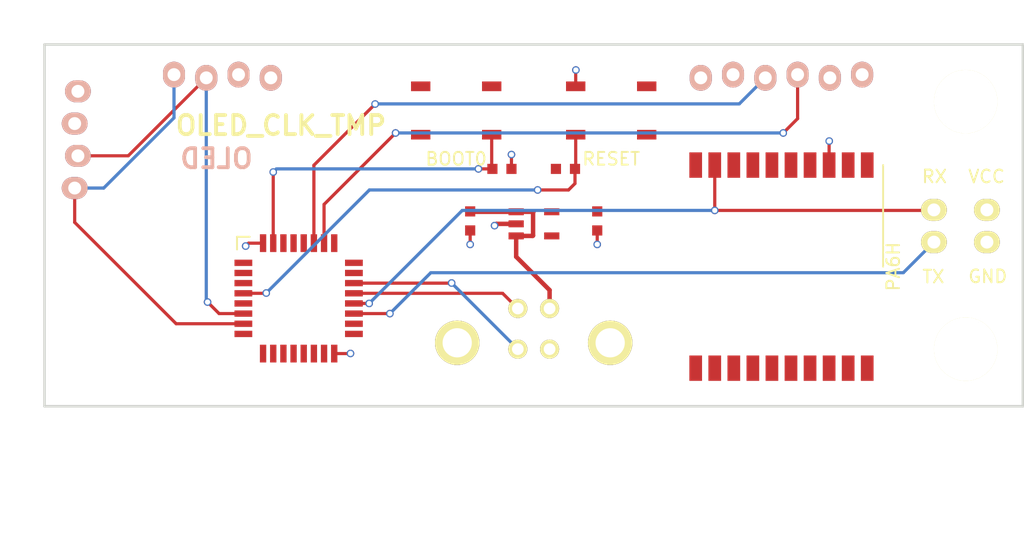
<source format=kicad_pcb>
(kicad_pcb (version 4) (host pcbnew 4.0.2+dfsg1-stable)

  (general
    (links 41)
    (no_connects 23)
    (area 117.794999 69.794999 198.600001 112.205001)
    (thickness 1.6)
    (drawings 10)
    (tracks 98)
    (zones 0)
    (modules 17)
    (nets 14)
  )

  (page A4)
  (layers
    (0 F.Cu signal)
    (31 B.Cu signal)
    (32 B.Adhes user)
    (33 F.Adhes user)
    (34 B.Paste user)
    (35 F.Paste user)
    (36 B.SilkS user)
    (37 F.SilkS user)
    (38 B.Mask user)
    (39 F.Mask user)
    (40 Dwgs.User user)
    (41 Cmts.User user)
    (42 Eco1.User user)
    (43 Eco2.User user)
    (44 Edge.Cuts user)
    (45 Margin user)
    (46 B.CrtYd user)
    (47 F.CrtYd user)
    (48 B.Fab user)
    (49 F.Fab user)
  )

  (setup
    (last_trace_width 0.35)
    (user_trace_width 0.35)
    (trace_clearance 0.2)
    (zone_clearance 0.508)
    (zone_45_only no)
    (trace_min 0.2)
    (segment_width 0.2)
    (edge_width 0.15)
    (via_size 0.6)
    (via_drill 0.4)
    (via_min_size 0.4)
    (via_min_drill 0.3)
    (uvia_size 0.3)
    (uvia_drill 0.1)
    (uvias_allowed no)
    (uvia_min_size 0.2)
    (uvia_min_drill 0.1)
    (pcb_text_width 0.3)
    (pcb_text_size 1.5 1.5)
    (mod_edge_width 0.15)
    (mod_text_size 1 1)
    (mod_text_width 0.15)
    (pad_size 2.032 1.7272)
    (pad_drill 1.016)
    (pad_to_mask_clearance 0.2)
    (aux_axis_origin 0 0)
    (visible_elements FFFFFF7F)
    (pcbplotparams
      (layerselection 0x00030_80000001)
      (usegerberextensions false)
      (excludeedgelayer true)
      (linewidth 0.150000)
      (plotframeref false)
      (viasonmask false)
      (mode 1)
      (useauxorigin false)
      (hpglpennumber 1)
      (hpglpenspeed 20)
      (hpglpendiameter 15)
      (hpglpenoverlay 2)
      (psnegative false)
      (psa4output false)
      (plotreference true)
      (plotvalue true)
      (plotinvisibletext false)
      (padsonsilk false)
      (subtractmaskfromsilk false)
      (outputformat 1)
      (mirror false)
      (drillshape 1)
      (scaleselection 1)
      (outputdirectory ""))
  )

  (net 0 "")
  (net 1 /gnd)
  (net 2 /vcc)
  (net 3 /vin)
  (net 4 /usbdm)
  (net 5 /usbdp)
  (net 6 /boot0)
  (net 7 /nmea)
  (net 8 /nrst)
  (net 9 /sda0)
  (net 10 /scl0)
  (net 11 /sda1)
  (net 12 /scl1)
  (net 13 /utx)

  (net_class Default "This is the default net class."
    (clearance 0.2)
    (trace_width 0.25)
    (via_dia 0.6)
    (via_drill 0.4)
    (uvia_dia 0.3)
    (uvia_drill 0.1)
    (add_net /boot0)
    (add_net /gnd)
    (add_net /nmea)
    (add_net /nrst)
    (add_net /scl0)
    (add_net /scl1)
    (add_net /sda0)
    (add_net /sda1)
    (add_net /usbdm)
    (add_net /usbdp)
    (add_net /utx)
    (add_net /vcc)
    (add_net /vin)
  )

  (module 00_my_modules:PA6H (layer F.Cu) (tedit 5415CC62) (tstamp 5E55B37B)
    (at 179.5 91 270)
    (descr PA6H)
    (tags "PA6H gps")
    (fp_text reference PA6H (at 0 -8.8 270) (layer F.SilkS)
      (effects (font (size 1 1) (thickness 0.15)))
    )
    (fp_text value GPS (at 0 -7 270) (layer F.Fab)
      (effects (font (size 1 1) (thickness 0.15)))
    )
    (fp_line (start -8 -8) (end -8 8) (layer F.CrtYd) (width 0.05))
    (fp_line (start 8 -8) (end 8 8) (layer F.CrtYd) (width 0.05))
    (fp_line (start -8 -8) (end 8 -8) (layer F.CrtYd) (width 0.05))
    (fp_line (start -8 8) (end 8 8) (layer F.CrtYd) (width 0.05))
    (fp_line (start -8 -8) (end 0 -8) (layer F.SilkS) (width 0.15))
    (fp_line (start -15 0) (end 15 0) (layer F.CrtYd) (width 0.01))
    (fp_line (start 0 -15) (end 0 15) (layer F.CrtYd) (width 0.01))
    (pad VCC smd rect (at -8 -6.75 270) (size 2 1) (layers F.Cu F.Paste F.Mask)
      (net 2 /vcc))
    (pad 2 smd rect (at -8 -5.25 270) (size 2 1) (layers F.Cu F.Paste F.Mask))
    (pad GND smd rect (at -8 -3.75 270) (size 2 1) (layers F.Cu F.Paste F.Mask)
      (net 1 /gnd))
    (pad 4 smd rect (at -8 -2.25 270) (size 2 1) (layers F.Cu F.Paste F.Mask))
    (pad 5 smd rect (at -8 -0.75 270) (size 2 1) (layers F.Cu F.Paste F.Mask))
    (pad 6 smd rect (at -8 0.75 270) (size 2 1) (layers F.Cu F.Paste F.Mask))
    (pad 7 smd rect (at -8 2.25 270) (size 2 1) (layers F.Cu F.Paste F.Mask))
    (pad 8 smd rect (at -8 3.75 270) (size 2 1) (layers F.Cu F.Paste F.Mask))
    (pad TX smd rect (at -8 5.25 270) (size 2 1) (layers F.Cu F.Paste F.Mask)
      (net 7 /nmea))
    (pad RX smd rect (at -8 6.75 270) (size 2 1) (layers F.Cu F.Paste F.Mask))
    (pad 11 smd rect (at 8 6.75 270) (size 2 1) (layers F.Cu F.Paste F.Mask))
    (pad 12 smd rect (at 8 5.25 270) (size 2 1) (layers F.Cu F.Paste F.Mask))
    (pad 13 smd rect (at 8 3.75 270) (size 2 1) (layers F.Cu F.Paste F.Mask))
    (pad 14 smd rect (at 8 2.25 270) (size 2 1) (layers F.Cu F.Paste F.Mask))
    (pad 15 smd rect (at 8 0.75 270) (size 2 1) (layers F.Cu F.Paste F.Mask))
    (pad 16 smd rect (at 8 -0.75 270) (size 2 1) (layers F.Cu F.Paste F.Mask))
    (pad 17 smd rect (at 8 -2.25 270) (size 2 1) (layers F.Cu F.Paste F.Mask))
    (pad 18 smd rect (at 8 -3.75 270) (size 2 1) (layers F.Cu F.Paste F.Mask))
    (pad 19 smd rect (at 8 -5.25 270) (size 2 1) (layers F.Cu F.Paste F.Mask))
    (pad 20 smd rect (at 8 -6.75 270) (size 2 1) (layers F.Cu F.Paste F.Mask))
  )

  (module 00_my_modules:Wurth_61400413321_usb (layer F.Cu) (tedit 0) (tstamp 5E55BB55)
    (at 160 97)
    (descr Wurth_61400413321)
    (tags usb)
    (fp_text reference "" (at 0 -1) (layer F.SilkS)
      (effects (font (size 0.5 0.5) (thickness 0.01)))
    )
    (fp_text value "" (at 0 1) (layer F.Fab)
      (effects (font (size 0.5 0.5) (thickness 0.01)))
    )
    (fp_text user USB (at 0 -0.9) (layer F.Fab)
      (effects (font (size 1 1) (thickness 0.15)))
    )
    (fp_line (start -6.1 4.72) (end -6.1 -6.48) (layer F.CrtYd) (width 0.05))
    (fp_line (start 6.1 4.72) (end 6.1 -6.48) (layer F.CrtYd) (width 0.05))
    (fp_line (start -6.1 -6.48) (end 6.1 -6.48) (layer F.CrtYd) (width 0.05))
    (fp_line (start -6.1 4.72) (end 6.1 4.72) (layer F.CrtYd) (width 0.05))
    (fp_line (start -15 0) (end 15 0) (layer F.CrtYd) (width 0.01))
    (fp_line (start 0 -15) (end 0 15) (layer F.CrtYd) (width 0.01))
    (pad V thru_hole circle (at 1.25 -2.7) (size 1.5 1.5) (drill 0.92) (layers *.Cu *.Mask F.SilkS)
      (net 3 /vin))
    (pad - thru_hole circle (at -1.25 -2.7) (size 1.5 1.5) (drill 0.92) (layers *.Cu *.Mask F.SilkS)
      (net 4 /usbdm))
    (pad + thru_hole circle (at -1.25 0.5) (size 1.5 1.5) (drill 0.92) (layers *.Cu *.Mask F.SilkS)
      (net 5 /usbdp))
    (pad G thru_hole circle (at 1.25 0.5) (size 1.5 1.5) (drill 0.92) (layers *.Cu *.Mask F.SilkS)
      (net 1 /gnd))
    (pad X thru_hole circle (at 6.02 0) (size 3.5 3.5) (drill 2.3) (layers *.Cu *.Mask F.SilkS))
    (pad X thru_hole circle (at -6.02 0) (size 3.5 3.5) (drill 2.3) (layers *.Cu *.Mask F.SilkS))
  )

  (module 00_my_modules:AP2112 (layer F.Cu) (tedit 5E5737A3) (tstamp 5E55C30B)
    (at 160.02 87.63)
    (descr SOT25)
    (tags SOT25)
    (attr smd)
    (fp_text reference AP2112 (at 0 0 90) (layer F.Fab)
      (effects (font (size 0.5 0.5) (thickness 0.01)))
    )
    (fp_text value "" (at 0 2.05) (layer F.Fab)
      (effects (font (size 0.5 0.5) (thickness 0.01)))
    )
    (fp_line (start -0.8 -1.5) (end 0.8 -1.5) (layer F.Fab) (width 0.01))
    (fp_line (start -0.8 1.5) (end 0.8 1.5) (layer F.Fab) (width 0.01))
    (fp_line (start -0.8 -1.5) (end -0.8 1.5) (layer F.Fab) (width 0.01))
    (fp_line (start 0.8 -1.5) (end 0.8 1.5) (layer F.Fab) (width 0.01))
    (fp_line (start -0.8 -1.5) (end -0.8 1.5) (layer F.Fab) (width 0.01))
    (fp_line (start 0.8 -1.5) (end 0.8 1.5) (layer F.Fab) (width 0.01))
    (fp_line (start -2.3 -1.7) (end 2.3 -1.7) (layer F.CrtYd) (width 0.01))
    (fp_line (start -2.3 -1.7) (end -2.3 1.7) (layer F.CrtYd) (width 0.01))
    (fp_line (start 2.3 1.7) (end 2.3 -1.7) (layer F.CrtYd) (width 0.01))
    (fp_line (start 2.3 1.7) (end -2.3 1.7) (layer F.CrtYd) (width 0.01))
    (pad VIN smd rect (at -1.4 -0.95) (size 1.2 0.55) (layers F.Cu F.Paste F.Mask)
      (net 3 /vin))
    (pad GND smd rect (at -1.4 0) (size 1.2 0.55) (layers F.Cu F.Paste F.Mask)
      (net 1 /gnd))
    (pad EN smd rect (at -1.4 0.95) (size 1.2 0.55) (layers F.Cu F.Paste F.Mask)
      (net 3 /vin))
    (pad NC smd rect (at 1.4 0.95) (size 1.2 0.55) (layers F.Cu F.Paste F.Mask))
    (pad VOUT smd rect (at 1.4 -0.95) (size 1.2 0.55) (layers F.Cu F.Paste F.Mask)
      (net 2 /vcc))
  )

  (module 00_my_modules:C_0603 (layer F.Cu) (tedit 5E55B2B6) (tstamp 5E55B8DA)
    (at 155 87.4 270)
    (descr C0603)
    (tags "resistor capacitor led 0603")
    (attr smd)
    (fp_text reference C (at 0 0 270) (layer F.Fab)
      (effects (font (size 0.5 0.5) (thickness 0.1)))
    )
    (fp_text value "" (at 0 0 270) (layer F.Fab)
      (effects (font (size 0.5 0.5) (thickness 0.01)))
    )
    (fp_line (start -1.2 -0.45) (end 1.2 -0.45) (layer F.CrtYd) (width 0.01))
    (fp_line (start -1.2 0.45) (end 1.2 0.45) (layer F.CrtYd) (width 0.01))
    (fp_line (start -1.2 -0.45) (end -1.2 0.45) (layer F.CrtYd) (width 0.01))
    (fp_line (start 1.2 -0.45) (end 1.2 0.45) (layer F.CrtYd) (width 0.01))
    (pad VIN smd rect (at -0.75 0 270) (size 0.8 0.8) (layers F.Cu F.Paste F.Mask)
      (net 3 /vin))
    (pad GND smd rect (at 0.75 0 270) (size 0.8 0.8) (layers F.Cu F.Paste F.Mask)
      (net 1 /gnd))
  )

  (module 00_my_modules:C_0603 (layer F.Cu) (tedit 5E55B267) (tstamp 5E55B8ED)
    (at 165 87.4 90)
    (descr C0603)
    (tags "resistor capacitor led 0603")
    (attr smd)
    (fp_text reference C (at 0 0 90) (layer F.Fab)
      (effects (font (size 0.5 0.5) (thickness 0.1)))
    )
    (fp_text value "" (at 0 0 90) (layer F.Fab)
      (effects (font (size 0.5 0.5) (thickness 0.01)))
    )
    (fp_line (start -1.2 -0.45) (end 1.2 -0.45) (layer F.CrtYd) (width 0.01))
    (fp_line (start -1.2 0.45) (end 1.2 0.45) (layer F.CrtYd) (width 0.01))
    (fp_line (start -1.2 -0.45) (end -1.2 0.45) (layer F.CrtYd) (width 0.01))
    (fp_line (start 1.2 -0.45) (end 1.2 0.45) (layer F.CrtYd) (width 0.01))
    (pad GND smd rect (at -0.75 0 90) (size 0.8 0.8) (layers F.Cu F.Paste F.Mask)
      (net 1 /gnd))
    (pad VCC smd rect (at 0.75 0 90) (size 0.8 0.8) (layers F.Cu F.Paste F.Mask)
      (net 2 /vcc))
  )

  (module 00_my_modules:STM32_LQFP32 (layer F.Cu) (tedit 5E57610B) (tstamp 5E57398F)
    (at 141.5 93.5)
    (descr LQFP-32)
    (tags "smd lqfp")
    (attr smd)
    (fp_text reference "" (at 0 -4.3) (layer F.SilkS)
      (effects (font (size 1 1) (thickness 0.15)))
    )
    (fp_text value "" (at -1.5 -3) (layer F.Fab)
      (effects (font (size 0.5 0.5) (thickness 0.01)))
    )
    (fp_text user LQFP32 (at 0 0) (layer F.Fab)
      (effects (font (size 0.8 0.8) (thickness 0.1)))
    )
    (fp_line (start -5.05 -5.05) (end 5.05 -5.05) (layer F.CrtYd) (width 0.01))
    (fp_line (start 5.05 -5.05) (end 5.05 5.05) (layer F.CrtYd) (width 0.01))
    (fp_line (start 5.05 5.05) (end -5.05 5.05) (layer F.CrtYd) (width 0.01))
    (fp_line (start -5.05 5.05) (end -5.05 -5.05) (layer F.CrtYd) (width 0.01))
    (fp_line (start -4.85 -4.85) (end -4.85 -3.85) (layer F.SilkS) (width 0.15))
    (fp_line (start -4.85 -4.85) (end -3.85 -4.85) (layer F.SilkS) (width 0.15))
    (fp_line (start -3.65 -3.65) (end 3.65 -3.65) (layer F.Fab) (width 0.01))
    (fp_line (start 3.65 -3.65) (end 3.65 3.65) (layer F.Fab) (width 0.01))
    (fp_line (start 3.65 3.65) (end -3.65 3.65) (layer F.Fab) (width 0.01))
    (fp_line (start -3.65 3.65) (end -3.65 -3.65) (layer F.Fab) (width 0.01))
    (pad 3.3 smd rect (at -4.35 -2.8) (size 1.4 0.5) (layers F.Cu F.Paste F.Mask)
      (net 2 /vcc))
    (pad PF0 smd rect (at -4.35 -2) (size 1.4 0.5) (layers F.Cu F.Paste F.Mask))
    (pad PF1 smd rect (at -4.35 -1.2) (size 1.4 0.5) (layers F.Cu F.Paste F.Mask))
    (pad RST smd rect (at -4.35 -0.4) (size 1.4 0.5) (layers F.Cu F.Paste F.Mask)
      (net 8 /nrst))
    (pad 3.3 smd rect (at -4.35 0.4) (size 1.4 0.5) (layers F.Cu F.Paste F.Mask)
      (net 2 /vcc))
    (pad PA0 smd rect (at -4.35 1.2) (size 1.4 0.5) (layers F.Cu F.Paste F.Mask)
      (net 10 /scl0))
    (pad PA1 smd rect (at -4.35 2) (size 1.4 0.5) (layers F.Cu F.Paste F.Mask)
      (net 9 /sda0))
    (pad PA2 smd rect (at -4.35 2.8) (size 1.4 0.5) (layers F.Cu F.Paste F.Mask))
    (pad PA3 smd rect (at -2.8 4.35 90) (size 1.4 0.5) (layers F.Cu F.Paste F.Mask))
    (pad PA4 smd rect (at -2 4.35 90) (size 1.4 0.5) (layers F.Cu F.Paste F.Mask))
    (pad PA5 smd rect (at -1.2 4.35 90) (size 1.4 0.5) (layers F.Cu F.Paste F.Mask))
    (pad PA6 smd rect (at -0.4 4.35 90) (size 1.4 0.5) (layers F.Cu F.Paste F.Mask))
    (pad PA7 smd rect (at 0.4 4.35 90) (size 1.4 0.5) (layers F.Cu F.Paste F.Mask))
    (pad PB0 smd rect (at 1.2 4.35 90) (size 1.4 0.5) (layers F.Cu F.Paste F.Mask))
    (pad PB1 smd rect (at 2 4.35 90) (size 1.4 0.5) (layers F.Cu F.Paste F.Mask))
    (pad GND smd rect (at 2.8 4.35 90) (size 1.4 0.5) (layers F.Cu F.Paste F.Mask)
      (net 1 /gnd))
    (pad PA14 smd rect (at 4.35 -2.8) (size 1.4 0.5) (layers F.Cu F.Paste F.Mask))
    (pad PA13 smd rect (at 4.35 -2) (size 1.4 0.5) (layers F.Cu F.Paste F.Mask))
    (pad PA12 smd rect (at 4.35 -1.2) (size 1.4 0.5) (layers F.Cu F.Paste F.Mask)
      (net 5 /usbdp))
    (pad PA11 smd rect (at 4.35 -0.4) (size 1.4 0.5) (layers F.Cu F.Paste F.Mask)
      (net 4 /usbdm))
    (pad PA10 smd rect (at 4.35 0.4) (size 1.4 0.5) (layers F.Cu F.Paste F.Mask)
      (net 7 /nmea))
    (pad PA9 smd rect (at 4.35 1.2) (size 1.4 0.5) (layers F.Cu F.Paste F.Mask)
      (net 13 /utx))
    (pad PA8 smd rect (at 4.35 2) (size 1.4 0.5) (layers F.Cu F.Paste F.Mask))
    (pad 3.3 smd rect (at 4.35 2.8) (size 1.4 0.5) (layers F.Cu F.Paste F.Mask)
      (net 2 /vcc))
    (pad GND smd rect (at -2.8 -4.35 90) (size 1.4 0.5) (layers F.Cu F.Paste F.Mask)
      (net 1 /gnd))
    (pad BOOT smd rect (at -2 -4.35 90) (size 1.4 0.5) (layers F.Cu F.Paste F.Mask)
      (net 6 /boot0))
    (pad PB7 smd rect (at -1.2 -4.35 90) (size 1.4 0.5) (layers F.Cu F.Paste F.Mask))
    (pad PB6 smd rect (at -0.4 -4.35 90) (size 1.4 0.5) (layers F.Cu F.Paste F.Mask))
    (pad PB5 smd rect (at 0.4 -4.35 90) (size 1.4 0.5) (layers F.Cu F.Paste F.Mask))
    (pad PB4 smd rect (at 1.2 -4.35 90) (size 1.4 0.5) (layers F.Cu F.Paste F.Mask)
      (net 11 /sda1))
    (pad PB3 smd rect (at 2 -4.35 90) (size 1.4 0.5) (layers F.Cu F.Paste F.Mask)
      (net 12 /scl1))
    (pad PA15 smd rect (at 2.8 -4.35 90) (size 1.4 0.5) (layers F.Cu F.Paste F.Mask))
  )

  (module 00_my_modules:R_0603 (layer F.Cu) (tedit 5E57340F) (tstamp 5E573AED)
    (at 157.5 83.3)
    (descr R0603)
    (tags "resistor capacitor led 0603")
    (attr smd)
    (fp_text reference R (at 0 0) (layer F.Fab)
      (effects (font (size 0.5 0.5) (thickness 0.1)))
    )
    (fp_text value "" (at 0 0) (layer F.Fab)
      (effects (font (size 0.5 0.5) (thickness 0.01)))
    )
    (fp_line (start -1.2 -0.45) (end 1.2 -0.45) (layer F.CrtYd) (width 0.01))
    (fp_line (start -1.2 0.45) (end 1.2 0.45) (layer F.CrtYd) (width 0.01))
    (fp_line (start -1.2 -0.45) (end -1.2 0.45) (layer F.CrtYd) (width 0.01))
    (fp_line (start 1.2 -0.45) (end 1.2 0.45) (layer F.CrtYd) (width 0.01))
    (pad BOOT smd rect (at -0.75 0) (size 0.8 0.8) (layers F.Cu F.Paste F.Mask)
      (net 6 /boot0))
    (pad GND smd rect (at 0.75 0) (size 0.8 0.8) (layers F.Cu F.Paste F.Mask)
      (net 1 /gnd))
  )

  (module 00_my_modules:BUTTON4_SMD (layer F.Cu) (tedit 5E5762CB) (tstamp 5E573D00)
    (at 153.9 78.7)
    (descr button4_smd)
    (tags "SPST button tactile switch")
    (fp_text reference BOOT0 (at 0 3.81) (layer F.SilkS)
      (effects (font (size 1 1) (thickness 0.15)))
    )
    (fp_text value "" (at 0 3.81) (layer F.Fab)
      (effects (font (size 1 1) (thickness 0.15)))
    )
    (fp_line (start -1.54 -2.54) (end -2.54 -1.54) (layer F.Fab) (width 0.2032))
    (fp_line (start -2.54 -1.24) (end -2.54 1.27) (layer F.Fab) (width 0.2032))
    (fp_line (start -2.54 1.54) (end -1.54 2.54) (layer F.Fab) (width 0.2032))
    (fp_line (start -1.54 2.54) (end 1.54 2.54) (layer F.Fab) (width 0.2032))
    (fp_line (start 1.54 2.54) (end 2.54 1.54) (layer F.Fab) (width 0.2032))
    (fp_line (start 2.54 1.24) (end 2.54 -1.24) (layer F.Fab) (width 0.2032))
    (fp_line (start 2.54 -1.54) (end 1.54 -2.54) (layer F.Fab) (width 0.2032))
    (fp_line (start 1.54 -2.54) (end -1.54 -2.54) (layer F.Fab) (width 0.2032))
    (fp_line (start 1.905 1.27) (end 1.905 0.445) (layer F.Fab) (width 0.127))
    (fp_line (start 1.905 0.445) (end 2.16 -0.01) (layer F.Fab) (width 0.127))
    (fp_line (start 1.905 -0.23) (end 1.905 -1.115) (layer F.Fab) (width 0.127))
    (fp_circle (center 0 0) (end 0 1.27) (layer F.Fab) (width 0.2032))
    (pad 1 smd rect (at -2.794 1.905) (size 1.524 0.762) (layers F.Cu F.Paste F.Mask))
    (pad 2 smd rect (at 2.794 1.905) (size 1.524 0.762) (layers F.Cu F.Paste F.Mask)
      (net 6 /boot0))
    (pad 3 smd rect (at -2.794 -1.905) (size 1.524 0.762) (layers F.Cu F.Paste F.Mask))
    (pad 4 smd rect (at 2.794 -1.905) (size 1.524 0.762) (layers F.Cu F.Paste F.Mask)
      (net 2 /vcc))
  )

  (module 00_my_modules:BUTTON4_SMD (layer F.Cu) (tedit 5E5762E1) (tstamp 5E573D9F)
    (at 166.1 78.7)
    (descr button4_smd)
    (tags "SPST button tactile switch")
    (fp_text reference RESET (at 0 3.81) (layer F.SilkS)
      (effects (font (size 1 1) (thickness 0.15)))
    )
    (fp_text value "" (at 0 3.81) (layer F.Fab)
      (effects (font (size 1 1) (thickness 0.15)))
    )
    (fp_line (start -1.54 -2.54) (end -2.54 -1.54) (layer F.Fab) (width 0.2032))
    (fp_line (start -2.54 -1.24) (end -2.54 1.27) (layer F.Fab) (width 0.2032))
    (fp_line (start -2.54 1.54) (end -1.54 2.54) (layer F.Fab) (width 0.2032))
    (fp_line (start -1.54 2.54) (end 1.54 2.54) (layer F.Fab) (width 0.2032))
    (fp_line (start 1.54 2.54) (end 2.54 1.54) (layer F.Fab) (width 0.2032))
    (fp_line (start 2.54 1.24) (end 2.54 -1.24) (layer F.Fab) (width 0.2032))
    (fp_line (start 2.54 -1.54) (end 1.54 -2.54) (layer F.Fab) (width 0.2032))
    (fp_line (start 1.54 -2.54) (end -1.54 -2.54) (layer F.Fab) (width 0.2032))
    (fp_line (start 1.905 1.27) (end 1.905 0.445) (layer F.Fab) (width 0.127))
    (fp_line (start 1.905 0.445) (end 2.16 -0.01) (layer F.Fab) (width 0.127))
    (fp_line (start 1.905 -0.23) (end 1.905 -1.115) (layer F.Fab) (width 0.127))
    (fp_circle (center 0 0) (end 0 1.27) (layer F.Fab) (width 0.2032))
    (pad 1 smd rect (at -2.794 1.905) (size 1.524 0.762) (layers F.Cu F.Paste F.Mask)
      (net 8 /nrst))
    (pad 2 smd rect (at 2.794 1.905) (size 1.524 0.762) (layers F.Cu F.Paste F.Mask))
    (pad 3 smd rect (at -2.794 -1.905) (size 1.524 0.762) (layers F.Cu F.Paste F.Mask)
      (net 1 /gnd))
    (pad 4 smd rect (at 2.794 -1.905) (size 1.524 0.762) (layers F.Cu F.Paste F.Mask))
  )

  (module 00_my_modules:R_0603 (layer F.Cu) (tedit 5E5736ED) (tstamp 5E574547)
    (at 162.5 83.3)
    (descr R0603)
    (tags "resistor capacitor led 0603")
    (attr smd)
    (fp_text reference R (at 0 0) (layer F.Fab)
      (effects (font (size 0.5 0.5) (thickness 0.1)))
    )
    (fp_text value "" (at 0 0) (layer F.Fab)
      (effects (font (size 0.5 0.5) (thickness 0.01)))
    )
    (fp_line (start -1.2 -0.45) (end 1.2 -0.45) (layer F.CrtYd) (width 0.01))
    (fp_line (start -1.2 0.45) (end 1.2 0.45) (layer F.CrtYd) (width 0.01))
    (fp_line (start -1.2 -0.45) (end -1.2 0.45) (layer F.CrtYd) (width 0.01))
    (fp_line (start 1.2 -0.45) (end 1.2 0.45) (layer F.CrtYd) (width 0.01))
    (pad VCC smd rect (at -0.75 0) (size 0.8 0.8) (layers F.Cu F.Paste F.Mask)
      (net 2 /vcc))
    (pad NRST smd rect (at 0.75 0) (size 0.8 0.8) (layers F.Cu F.Paste F.Mask)
      (net 8 /nrst))
  )

  (module 00_my_modules:TMP102 (layer B.Cu) (tedit 5E575228) (tstamp 5E5756DE)
    (at 179.5 76 270)
    (descr TMP102)
    (tags TMP102)
    (fp_text reference TMP102 (at 6 0 540) (layer B.Fab)
      (effects (font (size 0.8 0.8) (thickness 0.1)) (justify mirror))
    )
    (fp_text value "" (at 0 3.1 270) (layer B.Fab)
      (effects (font (size 0.5 0.5) (thickness 0.01)) (justify mirror))
    )
    (fp_line (start -1.75 8.1) (end -1.75 -8.1) (layer B.CrtYd) (width 0.05))
    (fp_line (start 1.75 8.1) (end 1.75 -8.1) (layer B.CrtYd) (width 0.05))
    (fp_line (start -1.75 8.1) (end 1.75 8.1) (layer B.CrtYd) (width 0.05))
    (fp_line (start -1.75 -8.1) (end 1.75 -8.1) (layer B.CrtYd) (width 0.05))
    (fp_line (start -6 6.35) (end 6 6.35) (layer B.CrtYd) (width 0.01))
    (fp_line (start -6 0) (end 6 0) (layer B.CrtYd) (width 0.01))
    (fp_line (start -6 -6.35) (end 6 -6.35) (layer B.CrtYd) (width 0.01))
    (fp_line (start -2 8) (end 14 8) (layer B.CrtYd) (width 0.05))
    (fp_line (start -2 -8) (end 14 -8) (layer B.CrtYd) (width 0.05))
    (fp_line (start 14 8) (end 14 -8) (layer B.CrtYd) (width 0.05))
    (fp_line (start -2 8) (end -2 -8) (layer B.CrtYd) (width 0.05))
    (pad VCC thru_hole oval (at 0.127 6.35 270) (size 2.032 1.7272) (drill 1.016) (layers *.Cu *.Mask B.SilkS)
      (net 2 /vcc))
    (pad GND thru_hole oval (at -0.127 3.81 270) (size 2.032 1.7272) (drill 1.016) (layers *.Cu *.Mask B.SilkS)
      (net 1 /gnd))
    (pad SDA thru_hole oval (at 0.127 1.27 270) (size 2.032 1.7272) (drill 1.016) (layers *.Cu *.Mask B.SilkS)
      (net 11 /sda1))
    (pad SCL thru_hole oval (at -0.127 -1.27 270) (size 2.032 1.7272) (drill 1.016) (layers *.Cu *.Mask B.SilkS)
      (net 12 /scl1))
    (pad ALT thru_hole oval (at 0.127 -3.81 270) (size 2.032 1.7272) (drill 1.016) (layers *.Cu *.Mask B.SilkS))
    (pad ADD thru_hole oval (at -0.127 -6.35 270) (size 2.032 1.7272) (drill 1.016) (layers *.Cu *.Mask B.SilkS))
  )

  (module 00_my_modules:OLED128x64 (layer B.Cu) (tedit 5E5751A1) (tstamp 5E575ED1)
    (at 135.5 76 270)
    (descr OLED128x64)
    (tags OLED128x64)
    (fp_text reference OLED128x64 (at 11.7 0 540) (layer B.Fab)
      (effects (font (size 0.8 0.8) (thickness 0.1)) (justify mirror))
    )
    (fp_text value "" (at 0 0 270) (layer B.Fab)
      (effects (font (size 0.5 0.5) (thickness 0.01)) (justify mirror))
    )
    (fp_line (start -1.75 5.56) (end -1.75 -5.56) (layer B.CrtYd) (width 0.05))
    (fp_line (start 1.75 5.56) (end 1.75 -5.56) (layer B.CrtYd) (width 0.05))
    (fp_line (start -1.75 5.56) (end 1.75 5.56) (layer B.CrtYd) (width 0.05))
    (fp_line (start -1.75 -5.56) (end 1.75 -5.56) (layer B.CrtYd) (width 0.05))
    (fp_line (start -6 3.81) (end 6 3.81) (layer B.CrtYd) (width 0.01))
    (fp_line (start -6 0) (end 6 0) (layer B.CrtYd) (width 0.01))
    (fp_line (start -6 -3.81) (end 6 -3.81) (layer B.CrtYd) (width 0.01))
    (fp_line (start -2 13.55) (end 25.4 13.55) (layer B.CrtYd) (width 0.05))
    (fp_line (start -2 -13.55) (end 25.4 -13.55) (layer B.CrtYd) (width 0.05))
    (fp_line (start 25.4 13.55) (end 25.4 -13.55) (layer B.CrtYd) (width 0.05))
    (fp_line (start -2 13.55) (end -2 -13.55) (layer B.CrtYd) (width 0.05))
    (pad SDA thru_hole oval (at -0.127 3.81 270) (size 2.032 1.7272) (drill 1.016) (layers *.Cu *.Mask B.SilkS)
      (net 9 /sda0))
    (pad SCL thru_hole oval (at 0.127 1.27 270) (size 2.032 1.7272) (drill 1.016) (layers *.Cu *.Mask B.SilkS)
      (net 10 /scl0))
    (pad GND thru_hole oval (at -0.127 -1.27 270) (size 2.032 1.7272) (drill 1.016) (layers *.Cu *.Mask B.SilkS)
      (net 1 /gnd))
    (pad VCC thru_hole oval (at 0.127 -3.81 270) (size 2.032 1.7272) (drill 1.016) (layers *.Cu *.Mask B.SilkS)
      (net 2 /vcc))
  )

  (module 00_my_modules:OLED128x32 (layer B.Cu) (tedit 5E57517E) (tstamp 5E5766C0)
    (at 124 81)
    (descr OLED128x32)
    (tags OLED128x32)
    (fp_text reference OLED128x32 (at 18.85 0) (layer B.Fab)
      (effects (font (size 0.8 0.8) (thickness 0.1)) (justify mirror))
    )
    (fp_text value "" (at 0 0) (layer B.Fab)
      (effects (font (size 0.5 0.5) (thickness 0.01)) (justify mirror))
    )
    (fp_line (start -1.75 5.56) (end -1.75 -5.56) (layer B.CrtYd) (width 0.05))
    (fp_line (start 1.75 5.56) (end 1.75 -5.56) (layer B.CrtYd) (width 0.05))
    (fp_line (start -1.75 5.56) (end 1.75 5.56) (layer B.CrtYd) (width 0.05))
    (fp_line (start -1.75 -5.56) (end 1.75 -5.56) (layer B.CrtYd) (width 0.05))
    (fp_line (start -6 3.81) (end 6 3.81) (layer B.CrtYd) (width 0.01))
    (fp_line (start -6 0) (end 6 0) (layer B.CrtYd) (width 0.01))
    (fp_line (start -6 -3.81) (end 6 -3.81) (layer B.CrtYd) (width 0.01))
    (fp_line (start -2 7) (end 39.7 7) (layer B.CrtYd) (width 0.05))
    (fp_line (start -2 -7) (end 39.7 -7) (layer B.CrtYd) (width 0.05))
    (fp_line (start 39.7 7) (end 39.7 -7) (layer B.CrtYd) (width 0.05))
    (fp_line (start -2 7) (end -2 -7) (layer B.CrtYd) (width 0.05))
    (pad SDA thru_hole oval (at -0.127 3.81) (size 2.032 1.7272) (drill 1.016) (layers *.Cu *.Mask B.SilkS)
      (net 9 /sda0))
    (pad SCL thru_hole oval (at 0.127 1.27) (size 2.032 1.7272) (drill 1.016) (layers *.Cu *.Mask B.SilkS)
      (net 10 /scl0))
    (pad VCC thru_hole oval (at -0.127 -1.27) (size 2.032 1.7272) (drill 1.016) (layers *.Cu *.Mask B.SilkS)
      (net 2 /vcc))
    (pad GND thru_hole oval (at 0.127 -3.81) (size 2.032 1.7272) (drill 1.016) (layers *.Cu *.Mask B.SilkS)
      (net 1 /gnd))
  )

  (module 00_my_modules:Hole0 (layer F.Cu) (tedit 0) (tstamp 5E576443)
    (at 194 78)
    (descr hole0)
    (tags hole)
    (fp_text reference "" (at 0 0) (layer F.SilkS)
      (effects (font (size 0.5 0.5) (thickness 0.01)))
    )
    (fp_text value "" (at 0 0) (layer F.Fab)
      (effects (font (size 0.5 0.5) (thickness 0.01)))
    )
    (fp_line (start -4.25 -4.25) (end -4.25 4.25) (layer F.CrtYd) (width 0.05))
    (fp_line (start 4.25 -4.25) (end 4.25 4.25) (layer F.CrtYd) (width 0.05))
    (fp_line (start -4.25 -4.25) (end 4.25 -4.25) (layer F.CrtYd) (width 0.05))
    (fp_line (start -4.25 4.25) (end 4.25 4.25) (layer F.CrtYd) (width 0.05))
    (pad "" np_thru_hole circle (at 0 0) (size 5 5) (drill 5) (layers *.Cu *.Mask F.SilkS))
  )

  (module 00_my_modules:Hole0 (layer F.Cu) (tedit 0) (tstamp 5E576454)
    (at 194 97.5)
    (descr hole0)
    (tags hole)
    (fp_text reference "" (at 0 0) (layer F.SilkS)
      (effects (font (size 0.5 0.5) (thickness 0.01)))
    )
    (fp_text value "" (at 0 0) (layer F.Fab)
      (effects (font (size 0.5 0.5) (thickness 0.01)))
    )
    (fp_line (start -4.25 -4.25) (end -4.25 4.25) (layer F.CrtYd) (width 0.05))
    (fp_line (start 4.25 -4.25) (end 4.25 4.25) (layer F.CrtYd) (width 0.05))
    (fp_line (start -4.25 -4.25) (end 4.25 -4.25) (layer F.CrtYd) (width 0.05))
    (fp_line (start -4.25 4.25) (end 4.25 4.25) (layer F.CrtYd) (width 0.05))
    (pad "" np_thru_hole circle (at 0 0) (size 5 5) (drill 5) (layers *.Cu *.Mask F.SilkS))
  )

  (module 00_my_modules:Pin_Header_Straight_1x02 (layer F.Cu) (tedit 5E576127) (tstamp 5E576DD3)
    (at 191.5 86.53)
    (descr "Through hole pin header")
    (tags "pin header")
    (fp_text reference "" (at 0 -2.4) (layer F.SilkS)
      (effects (font (size 0.5 0.5) (thickness 0.01)))
    )
    (fp_text value "" (at 0 -3.1) (layer F.Fab)
      (effects (font (size 0.5 0.5) (thickness 0.01)))
    )
    (fp_line (start -1.75 -1.75) (end -1.75 4.29) (layer F.CrtYd) (width 0.05))
    (fp_line (start 1.75 -1.75) (end 1.75 4.29) (layer F.CrtYd) (width 0.05))
    (fp_line (start -1.75 -1.75) (end 1.75 -1.75) (layer F.CrtYd) (width 0.05))
    (fp_line (start -1.75 4.29) (end 1.75 4.29) (layer F.CrtYd) (width 0.05))
    (fp_line (start -2 1.27) (end 2 1.27) (layer F.CrtYd) (width 0.05))
    (fp_line (start 0 -0.5) (end 0 3) (layer F.CrtYd) (width 0.05))
    (pad 1 thru_hole oval (at 0 0) (size 2.032 1.7272) (drill 1.016) (layers *.Cu *.Mask F.SilkS)
      (net 7 /nmea))
    (pad 2 thru_hole oval (at 0 2.54) (size 2.032 1.7272) (drill 1.016) (layers *.Cu *.Mask F.SilkS)
      (net 13 /utx))
  )

  (module 00_my_modules:Pin_Header_Straight_1x02 (layer F.Cu) (tedit 5E576A28) (tstamp 5E5771B7)
    (at 195.67 86.53)
    (descr "Through hole pin header")
    (tags "pin header")
    (fp_text reference "" (at 0 -2.4) (layer F.SilkS)
      (effects (font (size 0.5 0.5) (thickness 0.01)))
    )
    (fp_text value "" (at 0 -3.1) (layer F.Fab)
      (effects (font (size 0.5 0.5) (thickness 0.01)))
    )
    (fp_line (start -1.75 -1.75) (end -1.75 4.29) (layer F.CrtYd) (width 0.05))
    (fp_line (start 1.75 -1.75) (end 1.75 4.29) (layer F.CrtYd) (width 0.05))
    (fp_line (start -1.75 -1.75) (end 1.75 -1.75) (layer F.CrtYd) (width 0.05))
    (fp_line (start -1.75 4.29) (end 1.75 4.29) (layer F.CrtYd) (width 0.05))
    (fp_line (start -2 1.27) (end 2 1.27) (layer F.CrtYd) (width 0.05))
    (fp_line (start 0 -0.5) (end 0 3) (layer F.CrtYd) (width 0.05))
    (pad 1 thru_hole oval (at 0 0) (size 2.032 1.7272) (drill 1.016) (layers *.Cu *.Mask F.SilkS)
      (net 2 /vcc))
    (pad 2 thru_hole oval (at 0 2.54) (size 2.032 1.7272) (drill 1.016) (layers *.Cu *.Mask F.SilkS)
      (net 1 /gnd))
  )

  (gr_text OLED (at 135.03 82.49) (layer B.SilkS)
    (effects (font (size 1.5 1.5) (thickness 0.3)) (justify mirror))
  )
  (gr_text GND (at 195.74 91.77) (layer F.SilkS)
    (effects (font (size 1 1) (thickness 0.15)))
  )
  (gr_text VCC (at 195.64 83.9) (layer F.SilkS)
    (effects (font (size 1 1) (thickness 0.15)))
  )
  (gr_text RX (at 191.54 83.9) (layer F.SilkS)
    (effects (font (size 1 1) (thickness 0.15)))
  )
  (gr_text TX (at 191.46 91.79) (layer F.SilkS)
    (effects (font (size 1 1) (thickness 0.15)))
  )
  (gr_text OLED_CLK_TMP (at 140.11 79.88) (layer F.SilkS)
    (effects (font (size 1.5 1.5) (thickness 0.3)))
  )
  (gr_line (start 121.5 102) (end 198.5 102) (angle 90) (layer Edge.Cuts) (width 0.2))
  (gr_line (start 121.5 73.5) (end 121.5 102) (angle 90) (layer Edge.Cuts) (width 0.2))
  (gr_line (start 198.5 73.5) (end 121.5 73.5) (angle 90) (layer Edge.Cuts) (width 0.2))
  (gr_line (start 198.5 102) (end 198.5 73.5) (angle 90) (layer Edge.Cuts) (width 0.2))

  (segment (start 163.306 76.795) (end 163.306 75.524) (width 0.25) (layer F.Cu) (net 1))
  (via (at 163.32 75.51) (size 0.6) (drill 0.4) (layers F.Cu B.Cu) (net 1))
  (segment (start 163.306 75.524) (end 163.32 75.51) (width 0.25) (layer F.Cu) (net 1) (tstamp 5E5771FE))
  (segment (start 183.25 83) (end 183.25 81.12) (width 0.25) (layer F.Cu) (net 1))
  (segment (start 183.26 81.11) (end 183.26 81.12) (width 0.25) (layer B.Cu) (net 1) (tstamp 5E5769B0))
  (via (at 183.26 81.11) (size 0.6) (drill 0.4) (layers F.Cu B.Cu) (net 1))
  (segment (start 183.25 81.12) (end 183.26 81.11) (width 0.25) (layer F.Cu) (net 1) (tstamp 5E5769AB))
  (segment (start 158.62 87.63) (end 157.06 87.63) (width 0.35) (layer F.Cu) (net 1))
  (segment (start 157.06 87.63) (end 156.92 87.77) (width 0.35) (layer F.Cu) (net 1) (tstamp 5E57698A))
  (via (at 156.92 87.77) (size 0.6) (drill 0.4) (layers F.Cu B.Cu) (net 1))
  (segment (start 158.25 83.3) (end 158.25 82.17) (width 0.25) (layer F.Cu) (net 1))
  (via (at 158.25 82.17) (size 0.6) (drill 0.4) (layers F.Cu B.Cu) (net 1))
  (segment (start 138.7 89.15) (end 137.56 89.15) (width 0.25) (layer F.Cu) (net 1))
  (via (at 137.33 89.38) (size 0.6) (drill 0.4) (layers F.Cu B.Cu) (net 1))
  (segment (start 137.56 89.15) (end 137.33 89.38) (width 0.25) (layer F.Cu) (net 1) (tstamp 5E57694D))
  (segment (start 144.3 97.85) (end 145.57 97.85) (width 0.25) (layer F.Cu) (net 1))
  (via (at 145.58 97.84) (size 0.6) (drill 0.4) (layers F.Cu B.Cu) (net 1))
  (segment (start 145.57 97.85) (end 145.58 97.84) (width 0.25) (layer F.Cu) (net 1) (tstamp 5E57693F))
  (segment (start 165 88.15) (end 165 89.25) (width 0.25) (layer F.Cu) (net 1))
  (via (at 165 89.25) (size 0.6) (drill 0.4) (layers F.Cu B.Cu) (net 1))
  (segment (start 155 88.15) (end 155 89.25) (width 0.25) (layer F.Cu) (net 1))
  (via (at 155 89.25) (size 0.6) (drill 0.4) (layers F.Cu B.Cu) (net 1))
  (segment (start 173.15 76.127) (end 173.147 76.127) (width 0.25) (layer F.Cu) (net 2))
  (segment (start 164.97 86.68) (end 165 86.65) (width 0.25) (layer F.Cu) (net 2) (tstamp 5E57593A))
  (segment (start 158.62 86.68) (end 155.03 86.68) (width 0.35) (layer F.Cu) (net 3))
  (segment (start 155.03 86.68) (end 155 86.65) (width 0.35) (layer F.Cu) (net 3) (tstamp 5E575911))
  (segment (start 158.62 86.68) (end 159.98 86.68) (width 0.35) (layer F.Cu) (net 3))
  (segment (start 159.92 88.58) (end 158.62 88.58) (width 0.35) (layer F.Cu) (net 3) (tstamp 5E575905))
  (segment (start 159.95 88.55) (end 159.92 88.58) (width 0.35) (layer F.Cu) (net 3) (tstamp 5E575900))
  (segment (start 159.95 86.71) (end 159.95 88.55) (width 0.35) (layer F.Cu) (net 3) (tstamp 5E5758F8))
  (segment (start 159.98 86.68) (end 159.95 86.71) (width 0.35) (layer F.Cu) (net 3) (tstamp 5E5758F4))
  (segment (start 161.25 94.3) (end 161.25 92.85) (width 0.35) (layer F.Cu) (net 3))
  (segment (start 158.62 90.22) (end 158.62 88.58) (width 0.35) (layer F.Cu) (net 3) (tstamp 5E5758E8))
  (segment (start 161.25 92.85) (end 158.62 90.22) (width 0.35) (layer F.Cu) (net 3) (tstamp 5E5758DE))
  (segment (start 145.85 93.1) (end 157.55 93.1) (width 0.25) (layer F.Cu) (net 4))
  (segment (start 157.55 93.1) (end 158.75 94.3) (width 0.25) (layer F.Cu) (net 4) (tstamp 5E5765A7))
  (segment (start 158.75 97.5) (end 153.54 92.29) (width 0.25) (layer B.Cu) (net 5))
  (segment (start 153.53 92.3) (end 145.85 92.3) (width 0.25) (layer F.Cu) (net 5) (tstamp 5E5765B3))
  (segment (start 153.54 92.29) (end 153.53 92.3) (width 0.25) (layer F.Cu) (net 5) (tstamp 5E5765B2))
  (via (at 153.54 92.29) (size 0.6) (drill 0.4) (layers F.Cu B.Cu) (net 5))
  (segment (start 139.5 89.15) (end 139.5 83.55) (width 0.25) (layer F.Cu) (net 6))
  (segment (start 155.65 83.3) (end 156.75 83.3) (width 0.25) (layer F.Cu) (net 6) (tstamp 5E5771FA))
  (via (at 155.65 83.3) (size 0.6) (drill 0.4) (layers F.Cu B.Cu) (net 6))
  (segment (start 139.75 83.3) (end 155.65 83.3) (width 0.25) (layer B.Cu) (net 6) (tstamp 5E5771F8))
  (segment (start 139.5 83.55) (end 139.75 83.3) (width 0.25) (layer B.Cu) (net 6) (tstamp 5E5771F7))
  (via (at 139.5 83.55) (size 0.6) (drill 0.4) (layers F.Cu B.Cu) (net 6))
  (segment (start 156.694 80.605) (end 156.694 83.244) (width 0.25) (layer F.Cu) (net 6))
  (segment (start 156.694 83.244) (end 156.75 83.3) (width 0.25) (layer F.Cu) (net 6) (tstamp 5E575954))
  (segment (start 174.25 86.57) (end 191.46 86.57) (width 0.25) (layer F.Cu) (net 7))
  (segment (start 191.46 86.57) (end 191.5 86.53) (width 0.25) (layer F.Cu) (net 7) (tstamp 5E576792))
  (segment (start 145.85 93.9) (end 147.05 93.9) (width 0.25) (layer F.Cu) (net 7))
  (segment (start 174.25 86.57) (end 174.25 83) (width 0.25) (layer F.Cu) (net 7) (tstamp 5E57678F))
  (via (at 174.25 86.57) (size 0.6) (drill 0.4) (layers F.Cu B.Cu) (net 7))
  (segment (start 154.38 86.57) (end 174.25 86.57) (width 0.25) (layer B.Cu) (net 7) (tstamp 5E57676B))
  (segment (start 147.05 93.9) (end 154.38 86.57) (width 0.25) (layer B.Cu) (net 7) (tstamp 5E57676A))
  (via (at 147.05 93.9) (size 0.6) (drill 0.4) (layers F.Cu B.Cu) (net 7))
  (segment (start 137.15 93.1) (end 138.93 93.1) (width 0.25) (layer F.Cu) (net 8))
  (segment (start 163.25 84.45) (end 163.25 83.3) (width 0.25) (layer F.Cu) (net 8) (tstamp 5E57631A))
  (segment (start 162.74 84.96) (end 163.25 84.45) (width 0.25) (layer F.Cu) (net 8) (tstamp 5E576317))
  (segment (start 160.31 84.96) (end 162.74 84.96) (width 0.25) (layer F.Cu) (net 8) (tstamp 5E576316))
  (via (at 160.31 84.96) (size 0.6) (drill 0.4) (layers F.Cu B.Cu) (net 8))
  (segment (start 147.07 84.96) (end 160.31 84.96) (width 0.25) (layer B.Cu) (net 8) (tstamp 5E576313))
  (segment (start 138.95 93.08) (end 147.07 84.96) (width 0.25) (layer B.Cu) (net 8) (tstamp 5E576312))
  (via (at 138.95 93.08) (size 0.6) (drill 0.4) (layers F.Cu B.Cu) (net 8))
  (segment (start 138.93 93.1) (end 138.95 93.08) (width 0.25) (layer F.Cu) (net 8) (tstamp 5E576310))
  (segment (start 163.306 80.605) (end 163.306 83.244) (width 0.25) (layer F.Cu) (net 8))
  (segment (start 163.306 83.244) (end 163.25 83.3) (width 0.25) (layer F.Cu) (net 8) (tstamp 5E575950))
  (segment (start 131.69 75.873) (end 131.69 79.28) (width 0.25) (layer B.Cu) (net 9))
  (segment (start 126.16 84.81) (end 123.873 84.81) (width 0.25) (layer B.Cu) (net 9) (tstamp 5E576284))
  (segment (start 131.69 79.28) (end 126.16 84.81) (width 0.25) (layer B.Cu) (net 9) (tstamp 5E576280))
  (segment (start 137.15 95.5) (end 131.86 95.5) (width 0.25) (layer F.Cu) (net 9))
  (segment (start 123.873 87.513) (end 123.873 84.81) (width 0.25) (layer F.Cu) (net 9) (tstamp 5E576241))
  (segment (start 131.86 95.5) (end 123.873 87.513) (width 0.25) (layer F.Cu) (net 9) (tstamp 5E57623A))
  (segment (start 137.15 94.7) (end 135.24 94.7) (width 0.25) (layer F.Cu) (net 10))
  (segment (start 134.23 93.69) (end 134.23 76.127) (width 0.25) (layer B.Cu) (net 10) (tstamp 5E5767C3))
  (segment (start 134.33 93.79) (end 134.23 93.69) (width 0.25) (layer B.Cu) (net 10) (tstamp 5E5767C2))
  (via (at 134.33 93.79) (size 0.6) (drill 0.4) (layers F.Cu B.Cu) (net 10))
  (segment (start 135.24 94.7) (end 134.33 93.79) (width 0.25) (layer F.Cu) (net 10) (tstamp 5E5767BC))
  (segment (start 124.127 82.27) (end 128.087 82.27) (width 0.25) (layer F.Cu) (net 10))
  (segment (start 128.087 82.27) (end 134.23 76.127) (width 0.25) (layer F.Cu) (net 10) (tstamp 5E57626B))
  (segment (start 142.7 89.15) (end 142.7 83.01) (width 0.25) (layer F.Cu) (net 11))
  (segment (start 176.177 78.18) (end 178.23 76.127) (width 0.25) (layer B.Cu) (net 11) (tstamp 5E577218))
  (segment (start 147.53 78.18) (end 176.177 78.18) (width 0.25) (layer B.Cu) (net 11) (tstamp 5E577217))
  (segment (start 147.52 78.19) (end 147.53 78.18) (width 0.25) (layer B.Cu) (net 11) (tstamp 5E577216))
  (via (at 147.52 78.19) (size 0.6) (drill 0.4) (layers F.Cu B.Cu) (net 11))
  (segment (start 142.7 83.01) (end 147.52 78.19) (width 0.25) (layer F.Cu) (net 11) (tstamp 5E577213))
  (segment (start 143.5 89.15) (end 143.5 86.1) (width 0.25) (layer F.Cu) (net 12))
  (segment (start 180.77 79.34) (end 180.77 75.873) (width 0.25) (layer F.Cu) (net 12) (tstamp 5E577209))
  (segment (start 179.64 80.47) (end 180.77 79.34) (width 0.25) (layer F.Cu) (net 12) (tstamp 5E577208))
  (via (at 179.64 80.47) (size 0.6) (drill 0.4) (layers F.Cu B.Cu) (net 12))
  (segment (start 149.13 80.47) (end 179.64 80.47) (width 0.25) (layer B.Cu) (net 12) (tstamp 5E577205))
  (via (at 149.13 80.47) (size 0.6) (drill 0.4) (layers F.Cu B.Cu) (net 12))
  (segment (start 143.5 86.1) (end 149.13 80.47) (width 0.25) (layer F.Cu) (net 12) (tstamp 5E577202))
  (segment (start 145.85 94.7) (end 148.68 94.7) (width 0.25) (layer F.Cu) (net 13))
  (segment (start 189.09 91.48) (end 191.5 89.07) (width 0.25) (layer B.Cu) (net 13) (tstamp 5E576162))
  (segment (start 151.9 91.48) (end 189.09 91.48) (width 0.25) (layer B.Cu) (net 13) (tstamp 5E576158))
  (segment (start 148.68 94.7) (end 151.9 91.48) (width 0.25) (layer B.Cu) (net 13) (tstamp 5E576157))
  (via (at 148.68 94.7) (size 0.6) (drill 0.4) (layers F.Cu B.Cu) (net 13))

  (zone (net 1) (net_name /gnd) (layer B.Cu) (tstamp 5CAD78B5) (hatch edge 0.508)
    (connect_pads (clearance 0.508))
    (min_thickness 0.254)
    (fill (arc_segments 16) (thermal_gap 0.508) (thermal_bridge_width 0.508))
    (polygon
      (pts
        (xy 198.5 73.5) (xy 198.5 102) (xy 121.5 102) (xy 121.5 73.5)
      )
    )
  )
  (zone (net 2) (net_name /vcc) (layer F.Cu) (tstamp 5CAD78B5) (hatch edge 0.508)
    (connect_pads (clearance 0.508))
    (min_thickness 0.254)
    (fill (arc_segments 16) (thermal_gap 0.508) (thermal_bridge_width 0.508))
    (polygon
      (pts
        (xy 198.5 73.5) (xy 198.5 102) (xy 121.5 102) (xy 121.5 73.5)
      )
    )
  )
)

</source>
